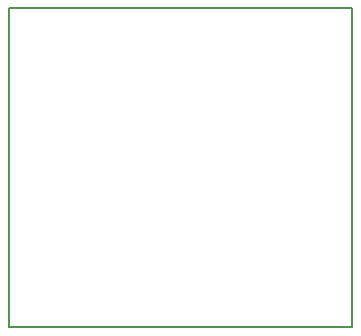
<source format=gbr>
G04 DipTrace 3.2.0.1*
G04 BoardOutline.gbr*
%MOMM*%
G04 #@! TF.FileFunction,Profile*
G04 #@! TF.Part,Single*
%ADD11C,0.14*%
%FSLAX35Y35*%
G04*
G71*
G90*
G75*
G01*
G04 BoardOutline*
%LPD*%
X0Y2700000D2*
D11*
X2900000D1*
Y0D1*
X0D1*
Y2700000D1*
M02*

</source>
